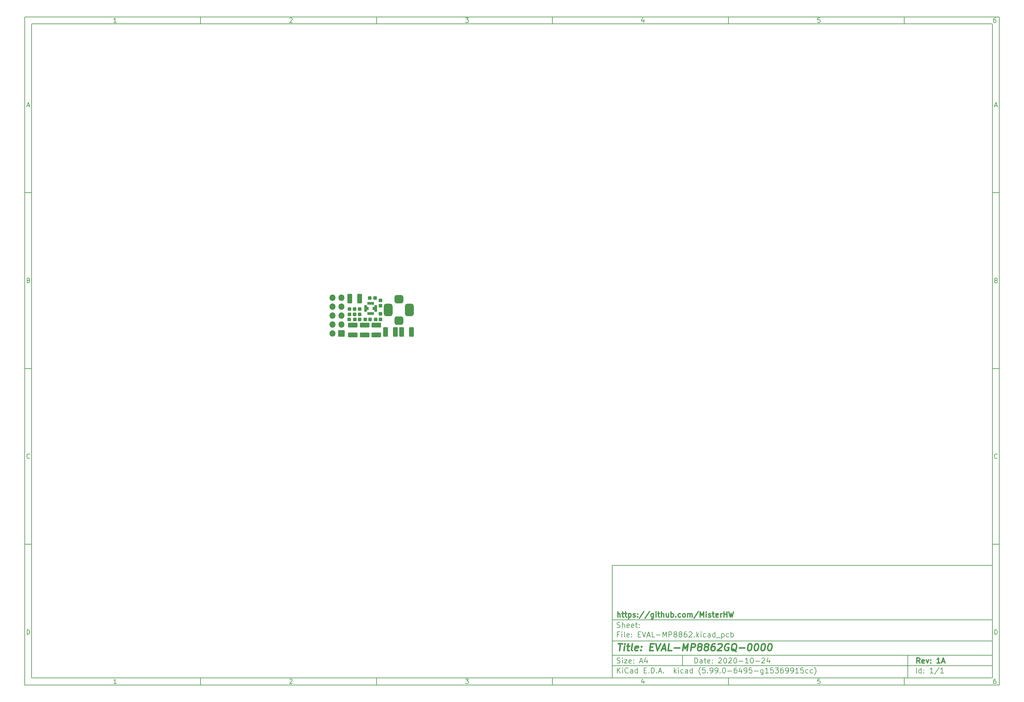
<source format=gbr>
G04 #@! TF.GenerationSoftware,KiCad,Pcbnew,(5.99.0-6495-g15369915cc)*
G04 #@! TF.CreationDate,2020-10-24T18:43:56+02:00*
G04 #@! TF.ProjectId,EVAL-MP8862,4556414c-2d4d-4503-9838-36322e6b6963,1A*
G04 #@! TF.SameCoordinates,Original*
G04 #@! TF.FileFunction,Soldermask,Top*
G04 #@! TF.FilePolarity,Negative*
%FSLAX46Y46*%
G04 Gerber Fmt 4.6, Leading zero omitted, Abs format (unit mm)*
G04 Created by KiCad (PCBNEW (5.99.0-6495-g15369915cc)) date 2020-10-24 18:43:56*
%MOMM*%
%LPD*%
G01*
G04 APERTURE LIST*
G04 Aperture macros list*
%AMRoundRect*
0 Rectangle with rounded corners*
0 $1 Rounding radius*
0 $2 $3 $4 $5 $6 $7 $8 $9 X,Y pos of 4 corners*
0 Add a 4 corners polygon primitive as box body*
4,1,4,$2,$3,$4,$5,$6,$7,$8,$9,$2,$3,0*
0 Add four circle primitives for the rounded corners*
1,1,$1+$1,$2,$3,0*
1,1,$1+$1,$4,$5,0*
1,1,$1+$1,$6,$7,0*
1,1,$1+$1,$8,$9,0*
0 Add four rect primitives between the rounded corners*
20,1,$1+$1,$2,$3,$4,$5,0*
20,1,$1+$1,$4,$5,$6,$7,0*
20,1,$1+$1,$6,$7,$8,$9,0*
20,1,$1+$1,$8,$9,$2,$3,0*%
G04 Aperture macros list end*
%ADD10C,0.100000*%
%ADD11C,0.150000*%
%ADD12C,0.300000*%
%ADD13C,0.400000*%
%ADD14RoundRect,0.244250X-0.281750X0.244250X-0.281750X-0.244250X0.281750X-0.244250X0.281750X0.244250X0*%
%ADD15RoundRect,0.270400X-1.105600X0.405600X-1.105600X-0.405600X1.105600X-0.405600X1.105600X0.405600X0*%
%ADD16RoundRect,0.244250X0.244250X0.281750X-0.244250X0.281750X-0.244250X-0.281750X0.244250X-0.281750X0*%
%ADD17RoundRect,0.270400X1.105600X-0.405600X1.105600X0.405600X-1.105600X0.405600X-1.105600X-0.405600X0*%
%ADD18RoundRect,0.270400X0.405600X1.105600X-0.405600X1.105600X-0.405600X-1.105600X0.405600X-1.105600X0*%
%ADD19RoundRect,0.270400X-0.405600X-1.105600X0.405600X-1.105600X0.405600X1.105600X-0.405600X1.105600X0*%
%ADD20RoundRect,0.244250X0.281750X-0.244250X0.281750X0.244250X-0.281750X0.244250X-0.281750X-0.244250X0*%
%ADD21RoundRect,0.051000X-0.125000X-0.400000X0.125000X-0.400000X0.125000X0.400000X-0.125000X0.400000X0*%
%ADD22RoundRect,0.051000X-0.125000X-0.350000X0.125000X-0.350000X0.125000X0.350000X-0.125000X0.350000X0*%
%ADD23RoundRect,0.051000X-0.350000X0.125000X-0.350000X-0.125000X0.350000X-0.125000X0.350000X0.125000X0*%
%ADD24RoundRect,0.051000X-0.600000X0.125000X-0.600000X-0.125000X0.600000X-0.125000X0.600000X0.125000X0*%
%ADD25RoundRect,0.625500X0.625500X1.125500X-0.625500X1.125500X-0.625500X-1.125500X0.625500X-1.125500X0*%
%ADD26RoundRect,0.596750X0.649250X-0.596750X0.649250X0.596750X-0.649250X0.596750X-0.649250X-0.596750X0*%
%ADD27RoundRect,0.572880X0.673120X-0.620620X0.673120X0.620620X-0.673120X0.620620X-0.673120X-0.620620X0*%
%ADD28RoundRect,0.051000X0.850000X0.850000X-0.850000X0.850000X-0.850000X-0.850000X0.850000X-0.850000X0*%
%ADD29O,1.802000X1.802000*%
G04 APERTURE END LIST*
D10*
D11*
X177002200Y-166007200D02*
X177002200Y-198007200D01*
X285002200Y-198007200D01*
X285002200Y-166007200D01*
X177002200Y-166007200D01*
D10*
D11*
X10000000Y-10000000D02*
X10000000Y-200007200D01*
X287002200Y-200007200D01*
X287002200Y-10000000D01*
X10000000Y-10000000D01*
D10*
D11*
X12000000Y-12000000D02*
X12000000Y-198007200D01*
X285002200Y-198007200D01*
X285002200Y-12000000D01*
X12000000Y-12000000D01*
D10*
D11*
X60000000Y-12000000D02*
X60000000Y-10000000D01*
D10*
D11*
X110000000Y-12000000D02*
X110000000Y-10000000D01*
D10*
D11*
X160000000Y-12000000D02*
X160000000Y-10000000D01*
D10*
D11*
X210000000Y-12000000D02*
X210000000Y-10000000D01*
D10*
D11*
X260000000Y-12000000D02*
X260000000Y-10000000D01*
D10*
D11*
X36065476Y-11588095D02*
X35322619Y-11588095D01*
X35694047Y-11588095D02*
X35694047Y-10288095D01*
X35570238Y-10473809D01*
X35446428Y-10597619D01*
X35322619Y-10659523D01*
D10*
D11*
X85322619Y-10411904D02*
X85384523Y-10350000D01*
X85508333Y-10288095D01*
X85817857Y-10288095D01*
X85941666Y-10350000D01*
X86003571Y-10411904D01*
X86065476Y-10535714D01*
X86065476Y-10659523D01*
X86003571Y-10845238D01*
X85260714Y-11588095D01*
X86065476Y-11588095D01*
D10*
D11*
X135260714Y-10288095D02*
X136065476Y-10288095D01*
X135632142Y-10783333D01*
X135817857Y-10783333D01*
X135941666Y-10845238D01*
X136003571Y-10907142D01*
X136065476Y-11030952D01*
X136065476Y-11340476D01*
X136003571Y-11464285D01*
X135941666Y-11526190D01*
X135817857Y-11588095D01*
X135446428Y-11588095D01*
X135322619Y-11526190D01*
X135260714Y-11464285D01*
D10*
D11*
X185941666Y-10721428D02*
X185941666Y-11588095D01*
X185632142Y-10226190D02*
X185322619Y-11154761D01*
X186127380Y-11154761D01*
D10*
D11*
X236003571Y-10288095D02*
X235384523Y-10288095D01*
X235322619Y-10907142D01*
X235384523Y-10845238D01*
X235508333Y-10783333D01*
X235817857Y-10783333D01*
X235941666Y-10845238D01*
X236003571Y-10907142D01*
X236065476Y-11030952D01*
X236065476Y-11340476D01*
X236003571Y-11464285D01*
X235941666Y-11526190D01*
X235817857Y-11588095D01*
X235508333Y-11588095D01*
X235384523Y-11526190D01*
X235322619Y-11464285D01*
D10*
D11*
X285941666Y-10288095D02*
X285694047Y-10288095D01*
X285570238Y-10350000D01*
X285508333Y-10411904D01*
X285384523Y-10597619D01*
X285322619Y-10845238D01*
X285322619Y-11340476D01*
X285384523Y-11464285D01*
X285446428Y-11526190D01*
X285570238Y-11588095D01*
X285817857Y-11588095D01*
X285941666Y-11526190D01*
X286003571Y-11464285D01*
X286065476Y-11340476D01*
X286065476Y-11030952D01*
X286003571Y-10907142D01*
X285941666Y-10845238D01*
X285817857Y-10783333D01*
X285570238Y-10783333D01*
X285446428Y-10845238D01*
X285384523Y-10907142D01*
X285322619Y-11030952D01*
D10*
D11*
X60000000Y-198007200D02*
X60000000Y-200007200D01*
D10*
D11*
X110000000Y-198007200D02*
X110000000Y-200007200D01*
D10*
D11*
X160000000Y-198007200D02*
X160000000Y-200007200D01*
D10*
D11*
X210000000Y-198007200D02*
X210000000Y-200007200D01*
D10*
D11*
X260000000Y-198007200D02*
X260000000Y-200007200D01*
D10*
D11*
X36065476Y-199595295D02*
X35322619Y-199595295D01*
X35694047Y-199595295D02*
X35694047Y-198295295D01*
X35570238Y-198481009D01*
X35446428Y-198604819D01*
X35322619Y-198666723D01*
D10*
D11*
X85322619Y-198419104D02*
X85384523Y-198357200D01*
X85508333Y-198295295D01*
X85817857Y-198295295D01*
X85941666Y-198357200D01*
X86003571Y-198419104D01*
X86065476Y-198542914D01*
X86065476Y-198666723D01*
X86003571Y-198852438D01*
X85260714Y-199595295D01*
X86065476Y-199595295D01*
D10*
D11*
X135260714Y-198295295D02*
X136065476Y-198295295D01*
X135632142Y-198790533D01*
X135817857Y-198790533D01*
X135941666Y-198852438D01*
X136003571Y-198914342D01*
X136065476Y-199038152D01*
X136065476Y-199347676D01*
X136003571Y-199471485D01*
X135941666Y-199533390D01*
X135817857Y-199595295D01*
X135446428Y-199595295D01*
X135322619Y-199533390D01*
X135260714Y-199471485D01*
D10*
D11*
X185941666Y-198728628D02*
X185941666Y-199595295D01*
X185632142Y-198233390D02*
X185322619Y-199161961D01*
X186127380Y-199161961D01*
D10*
D11*
X236003571Y-198295295D02*
X235384523Y-198295295D01*
X235322619Y-198914342D01*
X235384523Y-198852438D01*
X235508333Y-198790533D01*
X235817857Y-198790533D01*
X235941666Y-198852438D01*
X236003571Y-198914342D01*
X236065476Y-199038152D01*
X236065476Y-199347676D01*
X236003571Y-199471485D01*
X235941666Y-199533390D01*
X235817857Y-199595295D01*
X235508333Y-199595295D01*
X235384523Y-199533390D01*
X235322619Y-199471485D01*
D10*
D11*
X285941666Y-198295295D02*
X285694047Y-198295295D01*
X285570238Y-198357200D01*
X285508333Y-198419104D01*
X285384523Y-198604819D01*
X285322619Y-198852438D01*
X285322619Y-199347676D01*
X285384523Y-199471485D01*
X285446428Y-199533390D01*
X285570238Y-199595295D01*
X285817857Y-199595295D01*
X285941666Y-199533390D01*
X286003571Y-199471485D01*
X286065476Y-199347676D01*
X286065476Y-199038152D01*
X286003571Y-198914342D01*
X285941666Y-198852438D01*
X285817857Y-198790533D01*
X285570238Y-198790533D01*
X285446428Y-198852438D01*
X285384523Y-198914342D01*
X285322619Y-199038152D01*
D10*
D11*
X10000000Y-60000000D02*
X12000000Y-60000000D01*
D10*
D11*
X10000000Y-110000000D02*
X12000000Y-110000000D01*
D10*
D11*
X10000000Y-160000000D02*
X12000000Y-160000000D01*
D10*
D11*
X10690476Y-35216666D02*
X11309523Y-35216666D01*
X10566666Y-35588095D02*
X11000000Y-34288095D01*
X11433333Y-35588095D01*
D10*
D11*
X11092857Y-84907142D02*
X11278571Y-84969047D01*
X11340476Y-85030952D01*
X11402380Y-85154761D01*
X11402380Y-85340476D01*
X11340476Y-85464285D01*
X11278571Y-85526190D01*
X11154761Y-85588095D01*
X10659523Y-85588095D01*
X10659523Y-84288095D01*
X11092857Y-84288095D01*
X11216666Y-84350000D01*
X11278571Y-84411904D01*
X11340476Y-84535714D01*
X11340476Y-84659523D01*
X11278571Y-84783333D01*
X11216666Y-84845238D01*
X11092857Y-84907142D01*
X10659523Y-84907142D01*
D10*
D11*
X11402380Y-135464285D02*
X11340476Y-135526190D01*
X11154761Y-135588095D01*
X11030952Y-135588095D01*
X10845238Y-135526190D01*
X10721428Y-135402380D01*
X10659523Y-135278571D01*
X10597619Y-135030952D01*
X10597619Y-134845238D01*
X10659523Y-134597619D01*
X10721428Y-134473809D01*
X10845238Y-134350000D01*
X11030952Y-134288095D01*
X11154761Y-134288095D01*
X11340476Y-134350000D01*
X11402380Y-134411904D01*
D10*
D11*
X10659523Y-185588095D02*
X10659523Y-184288095D01*
X10969047Y-184288095D01*
X11154761Y-184350000D01*
X11278571Y-184473809D01*
X11340476Y-184597619D01*
X11402380Y-184845238D01*
X11402380Y-185030952D01*
X11340476Y-185278571D01*
X11278571Y-185402380D01*
X11154761Y-185526190D01*
X10969047Y-185588095D01*
X10659523Y-185588095D01*
D10*
D11*
X287002200Y-60000000D02*
X285002200Y-60000000D01*
D10*
D11*
X287002200Y-110000000D02*
X285002200Y-110000000D01*
D10*
D11*
X287002200Y-160000000D02*
X285002200Y-160000000D01*
D10*
D11*
X285692676Y-35216666D02*
X286311723Y-35216666D01*
X285568866Y-35588095D02*
X286002200Y-34288095D01*
X286435533Y-35588095D01*
D10*
D11*
X286095057Y-84907142D02*
X286280771Y-84969047D01*
X286342676Y-85030952D01*
X286404580Y-85154761D01*
X286404580Y-85340476D01*
X286342676Y-85464285D01*
X286280771Y-85526190D01*
X286156961Y-85588095D01*
X285661723Y-85588095D01*
X285661723Y-84288095D01*
X286095057Y-84288095D01*
X286218866Y-84350000D01*
X286280771Y-84411904D01*
X286342676Y-84535714D01*
X286342676Y-84659523D01*
X286280771Y-84783333D01*
X286218866Y-84845238D01*
X286095057Y-84907142D01*
X285661723Y-84907142D01*
D10*
D11*
X286404580Y-135464285D02*
X286342676Y-135526190D01*
X286156961Y-135588095D01*
X286033152Y-135588095D01*
X285847438Y-135526190D01*
X285723628Y-135402380D01*
X285661723Y-135278571D01*
X285599819Y-135030952D01*
X285599819Y-134845238D01*
X285661723Y-134597619D01*
X285723628Y-134473809D01*
X285847438Y-134350000D01*
X286033152Y-134288095D01*
X286156961Y-134288095D01*
X286342676Y-134350000D01*
X286404580Y-134411904D01*
D10*
D11*
X285661723Y-185588095D02*
X285661723Y-184288095D01*
X285971247Y-184288095D01*
X286156961Y-184350000D01*
X286280771Y-184473809D01*
X286342676Y-184597619D01*
X286404580Y-184845238D01*
X286404580Y-185030952D01*
X286342676Y-185278571D01*
X286280771Y-185402380D01*
X286156961Y-185526190D01*
X285971247Y-185588095D01*
X285661723Y-185588095D01*
D10*
D11*
X200434342Y-193785771D02*
X200434342Y-192285771D01*
X200791485Y-192285771D01*
X201005771Y-192357200D01*
X201148628Y-192500057D01*
X201220057Y-192642914D01*
X201291485Y-192928628D01*
X201291485Y-193142914D01*
X201220057Y-193428628D01*
X201148628Y-193571485D01*
X201005771Y-193714342D01*
X200791485Y-193785771D01*
X200434342Y-193785771D01*
X202577200Y-193785771D02*
X202577200Y-193000057D01*
X202505771Y-192857200D01*
X202362914Y-192785771D01*
X202077200Y-192785771D01*
X201934342Y-192857200D01*
X202577200Y-193714342D02*
X202434342Y-193785771D01*
X202077200Y-193785771D01*
X201934342Y-193714342D01*
X201862914Y-193571485D01*
X201862914Y-193428628D01*
X201934342Y-193285771D01*
X202077200Y-193214342D01*
X202434342Y-193214342D01*
X202577200Y-193142914D01*
X203077200Y-192785771D02*
X203648628Y-192785771D01*
X203291485Y-192285771D02*
X203291485Y-193571485D01*
X203362914Y-193714342D01*
X203505771Y-193785771D01*
X203648628Y-193785771D01*
X204720057Y-193714342D02*
X204577200Y-193785771D01*
X204291485Y-193785771D01*
X204148628Y-193714342D01*
X204077200Y-193571485D01*
X204077200Y-193000057D01*
X204148628Y-192857200D01*
X204291485Y-192785771D01*
X204577200Y-192785771D01*
X204720057Y-192857200D01*
X204791485Y-193000057D01*
X204791485Y-193142914D01*
X204077200Y-193285771D01*
X205434342Y-193642914D02*
X205505771Y-193714342D01*
X205434342Y-193785771D01*
X205362914Y-193714342D01*
X205434342Y-193642914D01*
X205434342Y-193785771D01*
X205434342Y-192857200D02*
X205505771Y-192928628D01*
X205434342Y-193000057D01*
X205362914Y-192928628D01*
X205434342Y-192857200D01*
X205434342Y-193000057D01*
X207220057Y-192428628D02*
X207291485Y-192357200D01*
X207434342Y-192285771D01*
X207791485Y-192285771D01*
X207934342Y-192357200D01*
X208005771Y-192428628D01*
X208077200Y-192571485D01*
X208077200Y-192714342D01*
X208005771Y-192928628D01*
X207148628Y-193785771D01*
X208077200Y-193785771D01*
X209005771Y-192285771D02*
X209148628Y-192285771D01*
X209291485Y-192357200D01*
X209362914Y-192428628D01*
X209434342Y-192571485D01*
X209505771Y-192857200D01*
X209505771Y-193214342D01*
X209434342Y-193500057D01*
X209362914Y-193642914D01*
X209291485Y-193714342D01*
X209148628Y-193785771D01*
X209005771Y-193785771D01*
X208862914Y-193714342D01*
X208791485Y-193642914D01*
X208720057Y-193500057D01*
X208648628Y-193214342D01*
X208648628Y-192857200D01*
X208720057Y-192571485D01*
X208791485Y-192428628D01*
X208862914Y-192357200D01*
X209005771Y-192285771D01*
X210077200Y-192428628D02*
X210148628Y-192357200D01*
X210291485Y-192285771D01*
X210648628Y-192285771D01*
X210791485Y-192357200D01*
X210862914Y-192428628D01*
X210934342Y-192571485D01*
X210934342Y-192714342D01*
X210862914Y-192928628D01*
X210005771Y-193785771D01*
X210934342Y-193785771D01*
X211862914Y-192285771D02*
X212005771Y-192285771D01*
X212148628Y-192357200D01*
X212220057Y-192428628D01*
X212291485Y-192571485D01*
X212362914Y-192857200D01*
X212362914Y-193214342D01*
X212291485Y-193500057D01*
X212220057Y-193642914D01*
X212148628Y-193714342D01*
X212005771Y-193785771D01*
X211862914Y-193785771D01*
X211720057Y-193714342D01*
X211648628Y-193642914D01*
X211577200Y-193500057D01*
X211505771Y-193214342D01*
X211505771Y-192857200D01*
X211577200Y-192571485D01*
X211648628Y-192428628D01*
X211720057Y-192357200D01*
X211862914Y-192285771D01*
X213005771Y-193214342D02*
X214148628Y-193214342D01*
X215648628Y-193785771D02*
X214791485Y-193785771D01*
X215220057Y-193785771D02*
X215220057Y-192285771D01*
X215077200Y-192500057D01*
X214934342Y-192642914D01*
X214791485Y-192714342D01*
X216577200Y-192285771D02*
X216720057Y-192285771D01*
X216862914Y-192357200D01*
X216934342Y-192428628D01*
X217005771Y-192571485D01*
X217077200Y-192857200D01*
X217077200Y-193214342D01*
X217005771Y-193500057D01*
X216934342Y-193642914D01*
X216862914Y-193714342D01*
X216720057Y-193785771D01*
X216577200Y-193785771D01*
X216434342Y-193714342D01*
X216362914Y-193642914D01*
X216291485Y-193500057D01*
X216220057Y-193214342D01*
X216220057Y-192857200D01*
X216291485Y-192571485D01*
X216362914Y-192428628D01*
X216434342Y-192357200D01*
X216577200Y-192285771D01*
X217720057Y-193214342D02*
X218862914Y-193214342D01*
X219505771Y-192428628D02*
X219577200Y-192357200D01*
X219720057Y-192285771D01*
X220077200Y-192285771D01*
X220220057Y-192357200D01*
X220291485Y-192428628D01*
X220362914Y-192571485D01*
X220362914Y-192714342D01*
X220291485Y-192928628D01*
X219434342Y-193785771D01*
X220362914Y-193785771D01*
X221648628Y-192785771D02*
X221648628Y-193785771D01*
X221291485Y-192214342D02*
X220934342Y-193285771D01*
X221862914Y-193285771D01*
D10*
D11*
X177002200Y-194507200D02*
X285002200Y-194507200D01*
D10*
D11*
X178434342Y-196585771D02*
X178434342Y-195085771D01*
X179291485Y-196585771D02*
X178648628Y-195728628D01*
X179291485Y-195085771D02*
X178434342Y-195942914D01*
X179934342Y-196585771D02*
X179934342Y-195585771D01*
X179934342Y-195085771D02*
X179862914Y-195157200D01*
X179934342Y-195228628D01*
X180005771Y-195157200D01*
X179934342Y-195085771D01*
X179934342Y-195228628D01*
X181505771Y-196442914D02*
X181434342Y-196514342D01*
X181220057Y-196585771D01*
X181077200Y-196585771D01*
X180862914Y-196514342D01*
X180720057Y-196371485D01*
X180648628Y-196228628D01*
X180577200Y-195942914D01*
X180577200Y-195728628D01*
X180648628Y-195442914D01*
X180720057Y-195300057D01*
X180862914Y-195157200D01*
X181077200Y-195085771D01*
X181220057Y-195085771D01*
X181434342Y-195157200D01*
X181505771Y-195228628D01*
X182791485Y-196585771D02*
X182791485Y-195800057D01*
X182720057Y-195657200D01*
X182577200Y-195585771D01*
X182291485Y-195585771D01*
X182148628Y-195657200D01*
X182791485Y-196514342D02*
X182648628Y-196585771D01*
X182291485Y-196585771D01*
X182148628Y-196514342D01*
X182077200Y-196371485D01*
X182077200Y-196228628D01*
X182148628Y-196085771D01*
X182291485Y-196014342D01*
X182648628Y-196014342D01*
X182791485Y-195942914D01*
X184148628Y-196585771D02*
X184148628Y-195085771D01*
X184148628Y-196514342D02*
X184005771Y-196585771D01*
X183720057Y-196585771D01*
X183577200Y-196514342D01*
X183505771Y-196442914D01*
X183434342Y-196300057D01*
X183434342Y-195871485D01*
X183505771Y-195728628D01*
X183577200Y-195657200D01*
X183720057Y-195585771D01*
X184005771Y-195585771D01*
X184148628Y-195657200D01*
X186005771Y-195800057D02*
X186505771Y-195800057D01*
X186720057Y-196585771D02*
X186005771Y-196585771D01*
X186005771Y-195085771D01*
X186720057Y-195085771D01*
X187362914Y-196442914D02*
X187434342Y-196514342D01*
X187362914Y-196585771D01*
X187291485Y-196514342D01*
X187362914Y-196442914D01*
X187362914Y-196585771D01*
X188077200Y-196585771D02*
X188077200Y-195085771D01*
X188434342Y-195085771D01*
X188648628Y-195157200D01*
X188791485Y-195300057D01*
X188862914Y-195442914D01*
X188934342Y-195728628D01*
X188934342Y-195942914D01*
X188862914Y-196228628D01*
X188791485Y-196371485D01*
X188648628Y-196514342D01*
X188434342Y-196585771D01*
X188077200Y-196585771D01*
X189577200Y-196442914D02*
X189648628Y-196514342D01*
X189577200Y-196585771D01*
X189505771Y-196514342D01*
X189577200Y-196442914D01*
X189577200Y-196585771D01*
X190220057Y-196157200D02*
X190934342Y-196157200D01*
X190077200Y-196585771D02*
X190577200Y-195085771D01*
X191077200Y-196585771D01*
X191577200Y-196442914D02*
X191648628Y-196514342D01*
X191577200Y-196585771D01*
X191505771Y-196514342D01*
X191577200Y-196442914D01*
X191577200Y-196585771D01*
X194577200Y-196585771D02*
X194577200Y-195085771D01*
X194720057Y-196014342D02*
X195148628Y-196585771D01*
X195148628Y-195585771D02*
X194577200Y-196157200D01*
X195791485Y-196585771D02*
X195791485Y-195585771D01*
X195791485Y-195085771D02*
X195720057Y-195157200D01*
X195791485Y-195228628D01*
X195862914Y-195157200D01*
X195791485Y-195085771D01*
X195791485Y-195228628D01*
X197148628Y-196514342D02*
X197005771Y-196585771D01*
X196720057Y-196585771D01*
X196577200Y-196514342D01*
X196505771Y-196442914D01*
X196434342Y-196300057D01*
X196434342Y-195871485D01*
X196505771Y-195728628D01*
X196577200Y-195657200D01*
X196720057Y-195585771D01*
X197005771Y-195585771D01*
X197148628Y-195657200D01*
X198434342Y-196585771D02*
X198434342Y-195800057D01*
X198362914Y-195657200D01*
X198220057Y-195585771D01*
X197934342Y-195585771D01*
X197791485Y-195657200D01*
X198434342Y-196514342D02*
X198291485Y-196585771D01*
X197934342Y-196585771D01*
X197791485Y-196514342D01*
X197720057Y-196371485D01*
X197720057Y-196228628D01*
X197791485Y-196085771D01*
X197934342Y-196014342D01*
X198291485Y-196014342D01*
X198434342Y-195942914D01*
X199791485Y-196585771D02*
X199791485Y-195085771D01*
X199791485Y-196514342D02*
X199648628Y-196585771D01*
X199362914Y-196585771D01*
X199220057Y-196514342D01*
X199148628Y-196442914D01*
X199077200Y-196300057D01*
X199077200Y-195871485D01*
X199148628Y-195728628D01*
X199220057Y-195657200D01*
X199362914Y-195585771D01*
X199648628Y-195585771D01*
X199791485Y-195657200D01*
X202077200Y-197157200D02*
X202005771Y-197085771D01*
X201862914Y-196871485D01*
X201791485Y-196728628D01*
X201720057Y-196514342D01*
X201648628Y-196157200D01*
X201648628Y-195871485D01*
X201720057Y-195514342D01*
X201791485Y-195300057D01*
X201862914Y-195157200D01*
X202005771Y-194942914D01*
X202077200Y-194871485D01*
X203362914Y-195085771D02*
X202648628Y-195085771D01*
X202577200Y-195800057D01*
X202648628Y-195728628D01*
X202791485Y-195657200D01*
X203148628Y-195657200D01*
X203291485Y-195728628D01*
X203362914Y-195800057D01*
X203434342Y-195942914D01*
X203434342Y-196300057D01*
X203362914Y-196442914D01*
X203291485Y-196514342D01*
X203148628Y-196585771D01*
X202791485Y-196585771D01*
X202648628Y-196514342D01*
X202577200Y-196442914D01*
X204077200Y-196442914D02*
X204148628Y-196514342D01*
X204077200Y-196585771D01*
X204005771Y-196514342D01*
X204077200Y-196442914D01*
X204077200Y-196585771D01*
X204862914Y-196585771D02*
X205148628Y-196585771D01*
X205291485Y-196514342D01*
X205362914Y-196442914D01*
X205505771Y-196228628D01*
X205577200Y-195942914D01*
X205577200Y-195371485D01*
X205505771Y-195228628D01*
X205434342Y-195157200D01*
X205291485Y-195085771D01*
X205005771Y-195085771D01*
X204862914Y-195157200D01*
X204791485Y-195228628D01*
X204720057Y-195371485D01*
X204720057Y-195728628D01*
X204791485Y-195871485D01*
X204862914Y-195942914D01*
X205005771Y-196014342D01*
X205291485Y-196014342D01*
X205434342Y-195942914D01*
X205505771Y-195871485D01*
X205577200Y-195728628D01*
X206291485Y-196585771D02*
X206577200Y-196585771D01*
X206720057Y-196514342D01*
X206791485Y-196442914D01*
X206934342Y-196228628D01*
X207005771Y-195942914D01*
X207005771Y-195371485D01*
X206934342Y-195228628D01*
X206862914Y-195157200D01*
X206720057Y-195085771D01*
X206434342Y-195085771D01*
X206291485Y-195157200D01*
X206220057Y-195228628D01*
X206148628Y-195371485D01*
X206148628Y-195728628D01*
X206220057Y-195871485D01*
X206291485Y-195942914D01*
X206434342Y-196014342D01*
X206720057Y-196014342D01*
X206862914Y-195942914D01*
X206934342Y-195871485D01*
X207005771Y-195728628D01*
X207648628Y-196442914D02*
X207720057Y-196514342D01*
X207648628Y-196585771D01*
X207577200Y-196514342D01*
X207648628Y-196442914D01*
X207648628Y-196585771D01*
X208648628Y-195085771D02*
X208791485Y-195085771D01*
X208934342Y-195157200D01*
X209005771Y-195228628D01*
X209077200Y-195371485D01*
X209148628Y-195657200D01*
X209148628Y-196014342D01*
X209077200Y-196300057D01*
X209005771Y-196442914D01*
X208934342Y-196514342D01*
X208791485Y-196585771D01*
X208648628Y-196585771D01*
X208505771Y-196514342D01*
X208434342Y-196442914D01*
X208362914Y-196300057D01*
X208291485Y-196014342D01*
X208291485Y-195657200D01*
X208362914Y-195371485D01*
X208434342Y-195228628D01*
X208505771Y-195157200D01*
X208648628Y-195085771D01*
X209791485Y-196014342D02*
X210934342Y-196014342D01*
X212291485Y-195085771D02*
X212005771Y-195085771D01*
X211862914Y-195157200D01*
X211791485Y-195228628D01*
X211648628Y-195442914D01*
X211577200Y-195728628D01*
X211577200Y-196300057D01*
X211648628Y-196442914D01*
X211720057Y-196514342D01*
X211862914Y-196585771D01*
X212148628Y-196585771D01*
X212291485Y-196514342D01*
X212362914Y-196442914D01*
X212434342Y-196300057D01*
X212434342Y-195942914D01*
X212362914Y-195800057D01*
X212291485Y-195728628D01*
X212148628Y-195657200D01*
X211862914Y-195657200D01*
X211720057Y-195728628D01*
X211648628Y-195800057D01*
X211577200Y-195942914D01*
X213720057Y-195585771D02*
X213720057Y-196585771D01*
X213362914Y-195014342D02*
X213005771Y-196085771D01*
X213934342Y-196085771D01*
X214577200Y-196585771D02*
X214862914Y-196585771D01*
X215005771Y-196514342D01*
X215077200Y-196442914D01*
X215220057Y-196228628D01*
X215291485Y-195942914D01*
X215291485Y-195371485D01*
X215220057Y-195228628D01*
X215148628Y-195157200D01*
X215005771Y-195085771D01*
X214720057Y-195085771D01*
X214577200Y-195157200D01*
X214505771Y-195228628D01*
X214434342Y-195371485D01*
X214434342Y-195728628D01*
X214505771Y-195871485D01*
X214577200Y-195942914D01*
X214720057Y-196014342D01*
X215005771Y-196014342D01*
X215148628Y-195942914D01*
X215220057Y-195871485D01*
X215291485Y-195728628D01*
X216648628Y-195085771D02*
X215934342Y-195085771D01*
X215862914Y-195800057D01*
X215934342Y-195728628D01*
X216077200Y-195657200D01*
X216434342Y-195657200D01*
X216577200Y-195728628D01*
X216648628Y-195800057D01*
X216720057Y-195942914D01*
X216720057Y-196300057D01*
X216648628Y-196442914D01*
X216577200Y-196514342D01*
X216434342Y-196585771D01*
X216077200Y-196585771D01*
X215934342Y-196514342D01*
X215862914Y-196442914D01*
X217362914Y-196014342D02*
X218505771Y-196014342D01*
X219862914Y-195585771D02*
X219862914Y-196800057D01*
X219791485Y-196942914D01*
X219720057Y-197014342D01*
X219577200Y-197085771D01*
X219362914Y-197085771D01*
X219220057Y-197014342D01*
X219862914Y-196514342D02*
X219720057Y-196585771D01*
X219434342Y-196585771D01*
X219291485Y-196514342D01*
X219220057Y-196442914D01*
X219148628Y-196300057D01*
X219148628Y-195871485D01*
X219220057Y-195728628D01*
X219291485Y-195657200D01*
X219434342Y-195585771D01*
X219720057Y-195585771D01*
X219862914Y-195657200D01*
X221362914Y-196585771D02*
X220505771Y-196585771D01*
X220934342Y-196585771D02*
X220934342Y-195085771D01*
X220791485Y-195300057D01*
X220648628Y-195442914D01*
X220505771Y-195514342D01*
X222720057Y-195085771D02*
X222005771Y-195085771D01*
X221934342Y-195800057D01*
X222005771Y-195728628D01*
X222148628Y-195657200D01*
X222505771Y-195657200D01*
X222648628Y-195728628D01*
X222720057Y-195800057D01*
X222791485Y-195942914D01*
X222791485Y-196300057D01*
X222720057Y-196442914D01*
X222648628Y-196514342D01*
X222505771Y-196585771D01*
X222148628Y-196585771D01*
X222005771Y-196514342D01*
X221934342Y-196442914D01*
X223291485Y-195085771D02*
X224220057Y-195085771D01*
X223720057Y-195657200D01*
X223934342Y-195657200D01*
X224077200Y-195728628D01*
X224148628Y-195800057D01*
X224220057Y-195942914D01*
X224220057Y-196300057D01*
X224148628Y-196442914D01*
X224077200Y-196514342D01*
X223934342Y-196585771D01*
X223505771Y-196585771D01*
X223362914Y-196514342D01*
X223291485Y-196442914D01*
X225505771Y-195085771D02*
X225220057Y-195085771D01*
X225077200Y-195157200D01*
X225005771Y-195228628D01*
X224862914Y-195442914D01*
X224791485Y-195728628D01*
X224791485Y-196300057D01*
X224862914Y-196442914D01*
X224934342Y-196514342D01*
X225077200Y-196585771D01*
X225362914Y-196585771D01*
X225505771Y-196514342D01*
X225577200Y-196442914D01*
X225648628Y-196300057D01*
X225648628Y-195942914D01*
X225577200Y-195800057D01*
X225505771Y-195728628D01*
X225362914Y-195657200D01*
X225077200Y-195657200D01*
X224934342Y-195728628D01*
X224862914Y-195800057D01*
X224791485Y-195942914D01*
X226362914Y-196585771D02*
X226648628Y-196585771D01*
X226791485Y-196514342D01*
X226862914Y-196442914D01*
X227005771Y-196228628D01*
X227077199Y-195942914D01*
X227077199Y-195371485D01*
X227005771Y-195228628D01*
X226934342Y-195157200D01*
X226791485Y-195085771D01*
X226505771Y-195085771D01*
X226362914Y-195157200D01*
X226291485Y-195228628D01*
X226220057Y-195371485D01*
X226220057Y-195728628D01*
X226291485Y-195871485D01*
X226362914Y-195942914D01*
X226505771Y-196014342D01*
X226791485Y-196014342D01*
X226934342Y-195942914D01*
X227005771Y-195871485D01*
X227077199Y-195728628D01*
X227791485Y-196585771D02*
X228077199Y-196585771D01*
X228220057Y-196514342D01*
X228291485Y-196442914D01*
X228434342Y-196228628D01*
X228505771Y-195942914D01*
X228505771Y-195371485D01*
X228434342Y-195228628D01*
X228362914Y-195157200D01*
X228220057Y-195085771D01*
X227934342Y-195085771D01*
X227791485Y-195157200D01*
X227720057Y-195228628D01*
X227648628Y-195371485D01*
X227648628Y-195728628D01*
X227720057Y-195871485D01*
X227791485Y-195942914D01*
X227934342Y-196014342D01*
X228220057Y-196014342D01*
X228362914Y-195942914D01*
X228434342Y-195871485D01*
X228505771Y-195728628D01*
X229934342Y-196585771D02*
X229077199Y-196585771D01*
X229505771Y-196585771D02*
X229505771Y-195085771D01*
X229362914Y-195300057D01*
X229220057Y-195442914D01*
X229077199Y-195514342D01*
X231291485Y-195085771D02*
X230577199Y-195085771D01*
X230505771Y-195800057D01*
X230577199Y-195728628D01*
X230720057Y-195657200D01*
X231077199Y-195657200D01*
X231220057Y-195728628D01*
X231291485Y-195800057D01*
X231362914Y-195942914D01*
X231362914Y-196300057D01*
X231291485Y-196442914D01*
X231220057Y-196514342D01*
X231077199Y-196585771D01*
X230720057Y-196585771D01*
X230577199Y-196514342D01*
X230505771Y-196442914D01*
X232648628Y-196514342D02*
X232505771Y-196585771D01*
X232220057Y-196585771D01*
X232077199Y-196514342D01*
X232005771Y-196442914D01*
X231934342Y-196300057D01*
X231934342Y-195871485D01*
X232005771Y-195728628D01*
X232077199Y-195657200D01*
X232220057Y-195585771D01*
X232505771Y-195585771D01*
X232648628Y-195657200D01*
X233934342Y-196514342D02*
X233791485Y-196585771D01*
X233505771Y-196585771D01*
X233362914Y-196514342D01*
X233291485Y-196442914D01*
X233220057Y-196300057D01*
X233220057Y-195871485D01*
X233291485Y-195728628D01*
X233362914Y-195657200D01*
X233505771Y-195585771D01*
X233791485Y-195585771D01*
X233934342Y-195657200D01*
X234434342Y-197157200D02*
X234505771Y-197085771D01*
X234648628Y-196871485D01*
X234720057Y-196728628D01*
X234791485Y-196514342D01*
X234862914Y-196157200D01*
X234862914Y-195871485D01*
X234791485Y-195514342D01*
X234720057Y-195300057D01*
X234648628Y-195157200D01*
X234505771Y-194942914D01*
X234434342Y-194871485D01*
D10*
D11*
X177002200Y-191507200D02*
X285002200Y-191507200D01*
D10*
D12*
X264411485Y-193785771D02*
X263911485Y-193071485D01*
X263554342Y-193785771D02*
X263554342Y-192285771D01*
X264125771Y-192285771D01*
X264268628Y-192357200D01*
X264340057Y-192428628D01*
X264411485Y-192571485D01*
X264411485Y-192785771D01*
X264340057Y-192928628D01*
X264268628Y-193000057D01*
X264125771Y-193071485D01*
X263554342Y-193071485D01*
X265625771Y-193714342D02*
X265482914Y-193785771D01*
X265197200Y-193785771D01*
X265054342Y-193714342D01*
X264982914Y-193571485D01*
X264982914Y-193000057D01*
X265054342Y-192857200D01*
X265197200Y-192785771D01*
X265482914Y-192785771D01*
X265625771Y-192857200D01*
X265697200Y-193000057D01*
X265697200Y-193142914D01*
X264982914Y-193285771D01*
X266197200Y-192785771D02*
X266554342Y-193785771D01*
X266911485Y-192785771D01*
X267482914Y-193642914D02*
X267554342Y-193714342D01*
X267482914Y-193785771D01*
X267411485Y-193714342D01*
X267482914Y-193642914D01*
X267482914Y-193785771D01*
X267482914Y-192857200D02*
X267554342Y-192928628D01*
X267482914Y-193000057D01*
X267411485Y-192928628D01*
X267482914Y-192857200D01*
X267482914Y-193000057D01*
X270125771Y-193785771D02*
X269268628Y-193785771D01*
X269697200Y-193785771D02*
X269697200Y-192285771D01*
X269554342Y-192500057D01*
X269411485Y-192642914D01*
X269268628Y-192714342D01*
X270697200Y-193357200D02*
X271411485Y-193357200D01*
X270554342Y-193785771D02*
X271054342Y-192285771D01*
X271554342Y-193785771D01*
D10*
D11*
X178362914Y-193714342D02*
X178577200Y-193785771D01*
X178934342Y-193785771D01*
X179077200Y-193714342D01*
X179148628Y-193642914D01*
X179220057Y-193500057D01*
X179220057Y-193357200D01*
X179148628Y-193214342D01*
X179077200Y-193142914D01*
X178934342Y-193071485D01*
X178648628Y-193000057D01*
X178505771Y-192928628D01*
X178434342Y-192857200D01*
X178362914Y-192714342D01*
X178362914Y-192571485D01*
X178434342Y-192428628D01*
X178505771Y-192357200D01*
X178648628Y-192285771D01*
X179005771Y-192285771D01*
X179220057Y-192357200D01*
X179862914Y-193785771D02*
X179862914Y-192785771D01*
X179862914Y-192285771D02*
X179791485Y-192357200D01*
X179862914Y-192428628D01*
X179934342Y-192357200D01*
X179862914Y-192285771D01*
X179862914Y-192428628D01*
X180434342Y-192785771D02*
X181220057Y-192785771D01*
X180434342Y-193785771D01*
X181220057Y-193785771D01*
X182362914Y-193714342D02*
X182220057Y-193785771D01*
X181934342Y-193785771D01*
X181791485Y-193714342D01*
X181720057Y-193571485D01*
X181720057Y-193000057D01*
X181791485Y-192857200D01*
X181934342Y-192785771D01*
X182220057Y-192785771D01*
X182362914Y-192857200D01*
X182434342Y-193000057D01*
X182434342Y-193142914D01*
X181720057Y-193285771D01*
X183077200Y-193642914D02*
X183148628Y-193714342D01*
X183077200Y-193785771D01*
X183005771Y-193714342D01*
X183077200Y-193642914D01*
X183077200Y-193785771D01*
X183077200Y-192857200D02*
X183148628Y-192928628D01*
X183077200Y-193000057D01*
X183005771Y-192928628D01*
X183077200Y-192857200D01*
X183077200Y-193000057D01*
X184862914Y-193357200D02*
X185577200Y-193357200D01*
X184720057Y-193785771D02*
X185220057Y-192285771D01*
X185720057Y-193785771D01*
X186862914Y-192785771D02*
X186862914Y-193785771D01*
X186505771Y-192214342D02*
X186148628Y-193285771D01*
X187077200Y-193285771D01*
D10*
D11*
X263434342Y-196585771D02*
X263434342Y-195085771D01*
X264791485Y-196585771D02*
X264791485Y-195085771D01*
X264791485Y-196514342D02*
X264648628Y-196585771D01*
X264362914Y-196585771D01*
X264220057Y-196514342D01*
X264148628Y-196442914D01*
X264077200Y-196300057D01*
X264077200Y-195871485D01*
X264148628Y-195728628D01*
X264220057Y-195657200D01*
X264362914Y-195585771D01*
X264648628Y-195585771D01*
X264791485Y-195657200D01*
X265505771Y-196442914D02*
X265577200Y-196514342D01*
X265505771Y-196585771D01*
X265434342Y-196514342D01*
X265505771Y-196442914D01*
X265505771Y-196585771D01*
X265505771Y-195657200D02*
X265577200Y-195728628D01*
X265505771Y-195800057D01*
X265434342Y-195728628D01*
X265505771Y-195657200D01*
X265505771Y-195800057D01*
X268148628Y-196585771D02*
X267291485Y-196585771D01*
X267720057Y-196585771D02*
X267720057Y-195085771D01*
X267577200Y-195300057D01*
X267434342Y-195442914D01*
X267291485Y-195514342D01*
X269862914Y-195014342D02*
X268577200Y-196942914D01*
X271148628Y-196585771D02*
X270291485Y-196585771D01*
X270720057Y-196585771D02*
X270720057Y-195085771D01*
X270577200Y-195300057D01*
X270434342Y-195442914D01*
X270291485Y-195514342D01*
D10*
D11*
X177002200Y-187507200D02*
X285002200Y-187507200D01*
D10*
D13*
X178714580Y-188211961D02*
X179857438Y-188211961D01*
X179036009Y-190211961D02*
X179286009Y-188211961D01*
X180274104Y-190211961D02*
X180440771Y-188878628D01*
X180524104Y-188211961D02*
X180416961Y-188307200D01*
X180500295Y-188402438D01*
X180607438Y-188307200D01*
X180524104Y-188211961D01*
X180500295Y-188402438D01*
X181107438Y-188878628D02*
X181869342Y-188878628D01*
X181476485Y-188211961D02*
X181262200Y-189926247D01*
X181333628Y-190116723D01*
X181512200Y-190211961D01*
X181702676Y-190211961D01*
X182655057Y-190211961D02*
X182476485Y-190116723D01*
X182405057Y-189926247D01*
X182619342Y-188211961D01*
X184190771Y-190116723D02*
X183988390Y-190211961D01*
X183607438Y-190211961D01*
X183428866Y-190116723D01*
X183357438Y-189926247D01*
X183452676Y-189164342D01*
X183571723Y-188973866D01*
X183774104Y-188878628D01*
X184155057Y-188878628D01*
X184333628Y-188973866D01*
X184405057Y-189164342D01*
X184381247Y-189354819D01*
X183405057Y-189545295D01*
X185155057Y-190021485D02*
X185238390Y-190116723D01*
X185131247Y-190211961D01*
X185047914Y-190116723D01*
X185155057Y-190021485D01*
X185131247Y-190211961D01*
X185286009Y-188973866D02*
X185369342Y-189069104D01*
X185262200Y-189164342D01*
X185178866Y-189069104D01*
X185286009Y-188973866D01*
X185262200Y-189164342D01*
X187738390Y-189164342D02*
X188405057Y-189164342D01*
X188559819Y-190211961D02*
X187607438Y-190211961D01*
X187857438Y-188211961D01*
X188809819Y-188211961D01*
X189381247Y-188211961D02*
X189797914Y-190211961D01*
X190714580Y-188211961D01*
X191107438Y-189640533D02*
X192059819Y-189640533D01*
X190845533Y-190211961D02*
X191762200Y-188211961D01*
X192178866Y-190211961D01*
X193797914Y-190211961D02*
X192845533Y-190211961D01*
X193095533Y-188211961D01*
X194559819Y-189450057D02*
X196083628Y-189450057D01*
X196940771Y-190211961D02*
X197190771Y-188211961D01*
X197678866Y-189640533D01*
X198524104Y-188211961D01*
X198274104Y-190211961D01*
X199226485Y-190211961D02*
X199476485Y-188211961D01*
X200238390Y-188211961D01*
X200416961Y-188307200D01*
X200500295Y-188402438D01*
X200571723Y-188592914D01*
X200536009Y-188878628D01*
X200416961Y-189069104D01*
X200309819Y-189164342D01*
X200107438Y-189259580D01*
X199345533Y-189259580D01*
X201655057Y-189069104D02*
X201476485Y-188973866D01*
X201393152Y-188878628D01*
X201321723Y-188688152D01*
X201333628Y-188592914D01*
X201452676Y-188402438D01*
X201559819Y-188307200D01*
X201762200Y-188211961D01*
X202143152Y-188211961D01*
X202321723Y-188307200D01*
X202405057Y-188402438D01*
X202476485Y-188592914D01*
X202464580Y-188688152D01*
X202345533Y-188878628D01*
X202238390Y-188973866D01*
X202036009Y-189069104D01*
X201655057Y-189069104D01*
X201452676Y-189164342D01*
X201345533Y-189259580D01*
X201226485Y-189450057D01*
X201178866Y-189831009D01*
X201250295Y-190021485D01*
X201333628Y-190116723D01*
X201512200Y-190211961D01*
X201893152Y-190211961D01*
X202095533Y-190116723D01*
X202202676Y-190021485D01*
X202321723Y-189831009D01*
X202369342Y-189450057D01*
X202297914Y-189259580D01*
X202214580Y-189164342D01*
X202036009Y-189069104D01*
X203559819Y-189069104D02*
X203381247Y-188973866D01*
X203297914Y-188878628D01*
X203226485Y-188688152D01*
X203238390Y-188592914D01*
X203357438Y-188402438D01*
X203464580Y-188307200D01*
X203666961Y-188211961D01*
X204047914Y-188211961D01*
X204226485Y-188307200D01*
X204309819Y-188402438D01*
X204381247Y-188592914D01*
X204369342Y-188688152D01*
X204250295Y-188878628D01*
X204143152Y-188973866D01*
X203940771Y-189069104D01*
X203559819Y-189069104D01*
X203357438Y-189164342D01*
X203250295Y-189259580D01*
X203131247Y-189450057D01*
X203083628Y-189831009D01*
X203155057Y-190021485D01*
X203238390Y-190116723D01*
X203416961Y-190211961D01*
X203797914Y-190211961D01*
X204000295Y-190116723D01*
X204107438Y-190021485D01*
X204226485Y-189831009D01*
X204274104Y-189450057D01*
X204202676Y-189259580D01*
X204119342Y-189164342D01*
X203940771Y-189069104D01*
X206143152Y-188211961D02*
X205762200Y-188211961D01*
X205559819Y-188307200D01*
X205452676Y-188402438D01*
X205226485Y-188688152D01*
X205083628Y-189069104D01*
X204988390Y-189831009D01*
X205059819Y-190021485D01*
X205143152Y-190116723D01*
X205321723Y-190211961D01*
X205702676Y-190211961D01*
X205905057Y-190116723D01*
X206012200Y-190021485D01*
X206131247Y-189831009D01*
X206190771Y-189354819D01*
X206119342Y-189164342D01*
X206036009Y-189069104D01*
X205857438Y-188973866D01*
X205476485Y-188973866D01*
X205274104Y-189069104D01*
X205166961Y-189164342D01*
X205047914Y-189354819D01*
X207071723Y-188402438D02*
X207178866Y-188307200D01*
X207381247Y-188211961D01*
X207857438Y-188211961D01*
X208036009Y-188307200D01*
X208119342Y-188402438D01*
X208190771Y-188592914D01*
X208166961Y-188783390D01*
X208036009Y-189069104D01*
X206750295Y-190211961D01*
X207988390Y-190211961D01*
X210131247Y-188307200D02*
X209952676Y-188211961D01*
X209666961Y-188211961D01*
X209369342Y-188307200D01*
X209155057Y-188497676D01*
X209036009Y-188688152D01*
X208893152Y-189069104D01*
X208857438Y-189354819D01*
X208905057Y-189735771D01*
X208976485Y-189926247D01*
X209143152Y-190116723D01*
X209416961Y-190211961D01*
X209607438Y-190211961D01*
X209905057Y-190116723D01*
X210012200Y-190021485D01*
X210095533Y-189354819D01*
X209714580Y-189354819D01*
X212155057Y-190402438D02*
X211976485Y-190307200D01*
X211809819Y-190116723D01*
X211559819Y-189831009D01*
X211381247Y-189735771D01*
X211190771Y-189735771D01*
X211226485Y-190211961D02*
X211047914Y-190116723D01*
X210881247Y-189926247D01*
X210833628Y-189545295D01*
X210916961Y-188878628D01*
X211059819Y-188497676D01*
X211274104Y-188307200D01*
X211476485Y-188211961D01*
X211857438Y-188211961D01*
X212036009Y-188307200D01*
X212202676Y-188497676D01*
X212250295Y-188878628D01*
X212166961Y-189545295D01*
X212024104Y-189926247D01*
X211809819Y-190116723D01*
X211607438Y-190211961D01*
X211226485Y-190211961D01*
X213036009Y-189450057D02*
X214559819Y-189450057D01*
X216047914Y-188211961D02*
X216238390Y-188211961D01*
X216416961Y-188307200D01*
X216500295Y-188402438D01*
X216571723Y-188592914D01*
X216619342Y-188973866D01*
X216559819Y-189450057D01*
X216416961Y-189831009D01*
X216297914Y-190021485D01*
X216190771Y-190116723D01*
X215988390Y-190211961D01*
X215797914Y-190211961D01*
X215619342Y-190116723D01*
X215536009Y-190021485D01*
X215464580Y-189831009D01*
X215416961Y-189450057D01*
X215476485Y-188973866D01*
X215619342Y-188592914D01*
X215738390Y-188402438D01*
X215845533Y-188307200D01*
X216047914Y-188211961D01*
X217952676Y-188211961D02*
X218143152Y-188211961D01*
X218321723Y-188307200D01*
X218405057Y-188402438D01*
X218476485Y-188592914D01*
X218524104Y-188973866D01*
X218464580Y-189450057D01*
X218321723Y-189831009D01*
X218202676Y-190021485D01*
X218095533Y-190116723D01*
X217893152Y-190211961D01*
X217702676Y-190211961D01*
X217524104Y-190116723D01*
X217440771Y-190021485D01*
X217369342Y-189831009D01*
X217321723Y-189450057D01*
X217381247Y-188973866D01*
X217524104Y-188592914D01*
X217643152Y-188402438D01*
X217750295Y-188307200D01*
X217952676Y-188211961D01*
X219857438Y-188211961D02*
X220047914Y-188211961D01*
X220226485Y-188307200D01*
X220309819Y-188402438D01*
X220381247Y-188592914D01*
X220428866Y-188973866D01*
X220369342Y-189450057D01*
X220226485Y-189831009D01*
X220107438Y-190021485D01*
X220000295Y-190116723D01*
X219797914Y-190211961D01*
X219607438Y-190211961D01*
X219428866Y-190116723D01*
X219345533Y-190021485D01*
X219274104Y-189831009D01*
X219226485Y-189450057D01*
X219286009Y-188973866D01*
X219428866Y-188592914D01*
X219547914Y-188402438D01*
X219655057Y-188307200D01*
X219857438Y-188211961D01*
X221762200Y-188211961D02*
X221952676Y-188211961D01*
X222131247Y-188307200D01*
X222214580Y-188402438D01*
X222286009Y-188592914D01*
X222333628Y-188973866D01*
X222274104Y-189450057D01*
X222131247Y-189831009D01*
X222012200Y-190021485D01*
X221905057Y-190116723D01*
X221702676Y-190211961D01*
X221512200Y-190211961D01*
X221333628Y-190116723D01*
X221250295Y-190021485D01*
X221178866Y-189831009D01*
X221131247Y-189450057D01*
X221190771Y-188973866D01*
X221333628Y-188592914D01*
X221452676Y-188402438D01*
X221559819Y-188307200D01*
X221762200Y-188211961D01*
D10*
D11*
X178934342Y-185600057D02*
X178434342Y-185600057D01*
X178434342Y-186385771D02*
X178434342Y-184885771D01*
X179148628Y-184885771D01*
X179720057Y-186385771D02*
X179720057Y-185385771D01*
X179720057Y-184885771D02*
X179648628Y-184957200D01*
X179720057Y-185028628D01*
X179791485Y-184957200D01*
X179720057Y-184885771D01*
X179720057Y-185028628D01*
X180648628Y-186385771D02*
X180505771Y-186314342D01*
X180434342Y-186171485D01*
X180434342Y-184885771D01*
X181791485Y-186314342D02*
X181648628Y-186385771D01*
X181362914Y-186385771D01*
X181220057Y-186314342D01*
X181148628Y-186171485D01*
X181148628Y-185600057D01*
X181220057Y-185457200D01*
X181362914Y-185385771D01*
X181648628Y-185385771D01*
X181791485Y-185457200D01*
X181862914Y-185600057D01*
X181862914Y-185742914D01*
X181148628Y-185885771D01*
X182505771Y-186242914D02*
X182577200Y-186314342D01*
X182505771Y-186385771D01*
X182434342Y-186314342D01*
X182505771Y-186242914D01*
X182505771Y-186385771D01*
X182505771Y-185457200D02*
X182577200Y-185528628D01*
X182505771Y-185600057D01*
X182434342Y-185528628D01*
X182505771Y-185457200D01*
X182505771Y-185600057D01*
X184362914Y-185600057D02*
X184862914Y-185600057D01*
X185077200Y-186385771D02*
X184362914Y-186385771D01*
X184362914Y-184885771D01*
X185077200Y-184885771D01*
X185505771Y-184885771D02*
X186005771Y-186385771D01*
X186505771Y-184885771D01*
X186934342Y-185957200D02*
X187648628Y-185957200D01*
X186791485Y-186385771D02*
X187291485Y-184885771D01*
X187791485Y-186385771D01*
X189005771Y-186385771D02*
X188291485Y-186385771D01*
X188291485Y-184885771D01*
X189505771Y-185814342D02*
X190648628Y-185814342D01*
X191362914Y-186385771D02*
X191362914Y-184885771D01*
X191862914Y-185957200D01*
X192362914Y-184885771D01*
X192362914Y-186385771D01*
X193077200Y-186385771D02*
X193077200Y-184885771D01*
X193648628Y-184885771D01*
X193791485Y-184957200D01*
X193862914Y-185028628D01*
X193934342Y-185171485D01*
X193934342Y-185385771D01*
X193862914Y-185528628D01*
X193791485Y-185600057D01*
X193648628Y-185671485D01*
X193077200Y-185671485D01*
X194791485Y-185528628D02*
X194648628Y-185457200D01*
X194577200Y-185385771D01*
X194505771Y-185242914D01*
X194505771Y-185171485D01*
X194577200Y-185028628D01*
X194648628Y-184957200D01*
X194791485Y-184885771D01*
X195077200Y-184885771D01*
X195220057Y-184957200D01*
X195291485Y-185028628D01*
X195362914Y-185171485D01*
X195362914Y-185242914D01*
X195291485Y-185385771D01*
X195220057Y-185457200D01*
X195077200Y-185528628D01*
X194791485Y-185528628D01*
X194648628Y-185600057D01*
X194577200Y-185671485D01*
X194505771Y-185814342D01*
X194505771Y-186100057D01*
X194577200Y-186242914D01*
X194648628Y-186314342D01*
X194791485Y-186385771D01*
X195077200Y-186385771D01*
X195220057Y-186314342D01*
X195291485Y-186242914D01*
X195362914Y-186100057D01*
X195362914Y-185814342D01*
X195291485Y-185671485D01*
X195220057Y-185600057D01*
X195077200Y-185528628D01*
X196220057Y-185528628D02*
X196077200Y-185457200D01*
X196005771Y-185385771D01*
X195934342Y-185242914D01*
X195934342Y-185171485D01*
X196005771Y-185028628D01*
X196077200Y-184957200D01*
X196220057Y-184885771D01*
X196505771Y-184885771D01*
X196648628Y-184957200D01*
X196720057Y-185028628D01*
X196791485Y-185171485D01*
X196791485Y-185242914D01*
X196720057Y-185385771D01*
X196648628Y-185457200D01*
X196505771Y-185528628D01*
X196220057Y-185528628D01*
X196077200Y-185600057D01*
X196005771Y-185671485D01*
X195934342Y-185814342D01*
X195934342Y-186100057D01*
X196005771Y-186242914D01*
X196077200Y-186314342D01*
X196220057Y-186385771D01*
X196505771Y-186385771D01*
X196648628Y-186314342D01*
X196720057Y-186242914D01*
X196791485Y-186100057D01*
X196791485Y-185814342D01*
X196720057Y-185671485D01*
X196648628Y-185600057D01*
X196505771Y-185528628D01*
X198077200Y-184885771D02*
X197791485Y-184885771D01*
X197648628Y-184957200D01*
X197577200Y-185028628D01*
X197434342Y-185242914D01*
X197362914Y-185528628D01*
X197362914Y-186100057D01*
X197434342Y-186242914D01*
X197505771Y-186314342D01*
X197648628Y-186385771D01*
X197934342Y-186385771D01*
X198077200Y-186314342D01*
X198148628Y-186242914D01*
X198220057Y-186100057D01*
X198220057Y-185742914D01*
X198148628Y-185600057D01*
X198077200Y-185528628D01*
X197934342Y-185457200D01*
X197648628Y-185457200D01*
X197505771Y-185528628D01*
X197434342Y-185600057D01*
X197362914Y-185742914D01*
X198791485Y-185028628D02*
X198862914Y-184957200D01*
X199005771Y-184885771D01*
X199362914Y-184885771D01*
X199505771Y-184957200D01*
X199577200Y-185028628D01*
X199648628Y-185171485D01*
X199648628Y-185314342D01*
X199577200Y-185528628D01*
X198720057Y-186385771D01*
X199648628Y-186385771D01*
X200291485Y-186242914D02*
X200362914Y-186314342D01*
X200291485Y-186385771D01*
X200220057Y-186314342D01*
X200291485Y-186242914D01*
X200291485Y-186385771D01*
X201005771Y-186385771D02*
X201005771Y-184885771D01*
X201148628Y-185814342D02*
X201577200Y-186385771D01*
X201577200Y-185385771D02*
X201005771Y-185957200D01*
X202220057Y-186385771D02*
X202220057Y-185385771D01*
X202220057Y-184885771D02*
X202148628Y-184957200D01*
X202220057Y-185028628D01*
X202291485Y-184957200D01*
X202220057Y-184885771D01*
X202220057Y-185028628D01*
X203577200Y-186314342D02*
X203434342Y-186385771D01*
X203148628Y-186385771D01*
X203005771Y-186314342D01*
X202934342Y-186242914D01*
X202862914Y-186100057D01*
X202862914Y-185671485D01*
X202934342Y-185528628D01*
X203005771Y-185457200D01*
X203148628Y-185385771D01*
X203434342Y-185385771D01*
X203577200Y-185457200D01*
X204862914Y-186385771D02*
X204862914Y-185600057D01*
X204791485Y-185457200D01*
X204648628Y-185385771D01*
X204362914Y-185385771D01*
X204220057Y-185457200D01*
X204862914Y-186314342D02*
X204720057Y-186385771D01*
X204362914Y-186385771D01*
X204220057Y-186314342D01*
X204148628Y-186171485D01*
X204148628Y-186028628D01*
X204220057Y-185885771D01*
X204362914Y-185814342D01*
X204720057Y-185814342D01*
X204862914Y-185742914D01*
X206220057Y-186385771D02*
X206220057Y-184885771D01*
X206220057Y-186314342D02*
X206077200Y-186385771D01*
X205791485Y-186385771D01*
X205648628Y-186314342D01*
X205577200Y-186242914D01*
X205505771Y-186100057D01*
X205505771Y-185671485D01*
X205577200Y-185528628D01*
X205648628Y-185457200D01*
X205791485Y-185385771D01*
X206077200Y-185385771D01*
X206220057Y-185457200D01*
X206577200Y-186528628D02*
X207720057Y-186528628D01*
X208077200Y-185385771D02*
X208077200Y-186885771D01*
X208077200Y-185457200D02*
X208220057Y-185385771D01*
X208505771Y-185385771D01*
X208648628Y-185457200D01*
X208720057Y-185528628D01*
X208791485Y-185671485D01*
X208791485Y-186100057D01*
X208720057Y-186242914D01*
X208648628Y-186314342D01*
X208505771Y-186385771D01*
X208220057Y-186385771D01*
X208077200Y-186314342D01*
X210077200Y-186314342D02*
X209934342Y-186385771D01*
X209648628Y-186385771D01*
X209505771Y-186314342D01*
X209434342Y-186242914D01*
X209362914Y-186100057D01*
X209362914Y-185671485D01*
X209434342Y-185528628D01*
X209505771Y-185457200D01*
X209648628Y-185385771D01*
X209934342Y-185385771D01*
X210077200Y-185457200D01*
X210720057Y-186385771D02*
X210720057Y-184885771D01*
X210720057Y-185457200D02*
X210862914Y-185385771D01*
X211148628Y-185385771D01*
X211291485Y-185457200D01*
X211362914Y-185528628D01*
X211434342Y-185671485D01*
X211434342Y-186100057D01*
X211362914Y-186242914D01*
X211291485Y-186314342D01*
X211148628Y-186385771D01*
X210862914Y-186385771D01*
X210720057Y-186314342D01*
D10*
D11*
X177002200Y-181507200D02*
X285002200Y-181507200D01*
D10*
D11*
X178362914Y-183614342D02*
X178577200Y-183685771D01*
X178934342Y-183685771D01*
X179077200Y-183614342D01*
X179148628Y-183542914D01*
X179220057Y-183400057D01*
X179220057Y-183257200D01*
X179148628Y-183114342D01*
X179077200Y-183042914D01*
X178934342Y-182971485D01*
X178648628Y-182900057D01*
X178505771Y-182828628D01*
X178434342Y-182757200D01*
X178362914Y-182614342D01*
X178362914Y-182471485D01*
X178434342Y-182328628D01*
X178505771Y-182257200D01*
X178648628Y-182185771D01*
X179005771Y-182185771D01*
X179220057Y-182257200D01*
X179862914Y-183685771D02*
X179862914Y-182185771D01*
X180505771Y-183685771D02*
X180505771Y-182900057D01*
X180434342Y-182757200D01*
X180291485Y-182685771D01*
X180077200Y-182685771D01*
X179934342Y-182757200D01*
X179862914Y-182828628D01*
X181791485Y-183614342D02*
X181648628Y-183685771D01*
X181362914Y-183685771D01*
X181220057Y-183614342D01*
X181148628Y-183471485D01*
X181148628Y-182900057D01*
X181220057Y-182757200D01*
X181362914Y-182685771D01*
X181648628Y-182685771D01*
X181791485Y-182757200D01*
X181862914Y-182900057D01*
X181862914Y-183042914D01*
X181148628Y-183185771D01*
X183077200Y-183614342D02*
X182934342Y-183685771D01*
X182648628Y-183685771D01*
X182505771Y-183614342D01*
X182434342Y-183471485D01*
X182434342Y-182900057D01*
X182505771Y-182757200D01*
X182648628Y-182685771D01*
X182934342Y-182685771D01*
X183077200Y-182757200D01*
X183148628Y-182900057D01*
X183148628Y-183042914D01*
X182434342Y-183185771D01*
X183577200Y-182685771D02*
X184148628Y-182685771D01*
X183791485Y-182185771D02*
X183791485Y-183471485D01*
X183862914Y-183614342D01*
X184005771Y-183685771D01*
X184148628Y-183685771D01*
X184648628Y-183542914D02*
X184720057Y-183614342D01*
X184648628Y-183685771D01*
X184577200Y-183614342D01*
X184648628Y-183542914D01*
X184648628Y-183685771D01*
X184648628Y-182757200D02*
X184720057Y-182828628D01*
X184648628Y-182900057D01*
X184577200Y-182828628D01*
X184648628Y-182757200D01*
X184648628Y-182900057D01*
D10*
D12*
X178554342Y-180685771D02*
X178554342Y-179185771D01*
X179197200Y-180685771D02*
X179197200Y-179900057D01*
X179125771Y-179757200D01*
X178982914Y-179685771D01*
X178768628Y-179685771D01*
X178625771Y-179757200D01*
X178554342Y-179828628D01*
X179697200Y-179685771D02*
X180268628Y-179685771D01*
X179911485Y-179185771D02*
X179911485Y-180471485D01*
X179982914Y-180614342D01*
X180125771Y-180685771D01*
X180268628Y-180685771D01*
X180554342Y-179685771D02*
X181125771Y-179685771D01*
X180768628Y-179185771D02*
X180768628Y-180471485D01*
X180840057Y-180614342D01*
X180982914Y-180685771D01*
X181125771Y-180685771D01*
X181625771Y-179685771D02*
X181625771Y-181185771D01*
X181625771Y-179757200D02*
X181768628Y-179685771D01*
X182054342Y-179685771D01*
X182197200Y-179757200D01*
X182268628Y-179828628D01*
X182340057Y-179971485D01*
X182340057Y-180400057D01*
X182268628Y-180542914D01*
X182197200Y-180614342D01*
X182054342Y-180685771D01*
X181768628Y-180685771D01*
X181625771Y-180614342D01*
X182911485Y-180614342D02*
X183054342Y-180685771D01*
X183340057Y-180685771D01*
X183482914Y-180614342D01*
X183554342Y-180471485D01*
X183554342Y-180400057D01*
X183482914Y-180257200D01*
X183340057Y-180185771D01*
X183125771Y-180185771D01*
X182982914Y-180114342D01*
X182911485Y-179971485D01*
X182911485Y-179900057D01*
X182982914Y-179757200D01*
X183125771Y-179685771D01*
X183340057Y-179685771D01*
X183482914Y-179757200D01*
X184197200Y-180542914D02*
X184268628Y-180614342D01*
X184197200Y-180685771D01*
X184125771Y-180614342D01*
X184197200Y-180542914D01*
X184197200Y-180685771D01*
X184197200Y-179757200D02*
X184268628Y-179828628D01*
X184197200Y-179900057D01*
X184125771Y-179828628D01*
X184197200Y-179757200D01*
X184197200Y-179900057D01*
X185982914Y-179114342D02*
X184697200Y-181042914D01*
X187554342Y-179114342D02*
X186268628Y-181042914D01*
X188697200Y-179685771D02*
X188697200Y-180900057D01*
X188625771Y-181042914D01*
X188554342Y-181114342D01*
X188411485Y-181185771D01*
X188197200Y-181185771D01*
X188054342Y-181114342D01*
X188697200Y-180614342D02*
X188554342Y-180685771D01*
X188268628Y-180685771D01*
X188125771Y-180614342D01*
X188054342Y-180542914D01*
X187982914Y-180400057D01*
X187982914Y-179971485D01*
X188054342Y-179828628D01*
X188125771Y-179757200D01*
X188268628Y-179685771D01*
X188554342Y-179685771D01*
X188697200Y-179757200D01*
X189411485Y-180685771D02*
X189411485Y-179685771D01*
X189411485Y-179185771D02*
X189340057Y-179257200D01*
X189411485Y-179328628D01*
X189482914Y-179257200D01*
X189411485Y-179185771D01*
X189411485Y-179328628D01*
X189911485Y-179685771D02*
X190482914Y-179685771D01*
X190125771Y-179185771D02*
X190125771Y-180471485D01*
X190197200Y-180614342D01*
X190340057Y-180685771D01*
X190482914Y-180685771D01*
X190982914Y-180685771D02*
X190982914Y-179185771D01*
X191625771Y-180685771D02*
X191625771Y-179900057D01*
X191554342Y-179757200D01*
X191411485Y-179685771D01*
X191197200Y-179685771D01*
X191054342Y-179757200D01*
X190982914Y-179828628D01*
X192982914Y-179685771D02*
X192982914Y-180685771D01*
X192340057Y-179685771D02*
X192340057Y-180471485D01*
X192411485Y-180614342D01*
X192554342Y-180685771D01*
X192768628Y-180685771D01*
X192911485Y-180614342D01*
X192982914Y-180542914D01*
X193697200Y-180685771D02*
X193697200Y-179185771D01*
X193697200Y-179757200D02*
X193840057Y-179685771D01*
X194125771Y-179685771D01*
X194268628Y-179757200D01*
X194340057Y-179828628D01*
X194411485Y-179971485D01*
X194411485Y-180400057D01*
X194340057Y-180542914D01*
X194268628Y-180614342D01*
X194125771Y-180685771D01*
X193840057Y-180685771D01*
X193697200Y-180614342D01*
X195054342Y-180542914D02*
X195125771Y-180614342D01*
X195054342Y-180685771D01*
X194982914Y-180614342D01*
X195054342Y-180542914D01*
X195054342Y-180685771D01*
X196411485Y-180614342D02*
X196268628Y-180685771D01*
X195982914Y-180685771D01*
X195840057Y-180614342D01*
X195768628Y-180542914D01*
X195697200Y-180400057D01*
X195697200Y-179971485D01*
X195768628Y-179828628D01*
X195840057Y-179757200D01*
X195982914Y-179685771D01*
X196268628Y-179685771D01*
X196411485Y-179757200D01*
X197268628Y-180685771D02*
X197125771Y-180614342D01*
X197054342Y-180542914D01*
X196982914Y-180400057D01*
X196982914Y-179971485D01*
X197054342Y-179828628D01*
X197125771Y-179757200D01*
X197268628Y-179685771D01*
X197482914Y-179685771D01*
X197625771Y-179757200D01*
X197697200Y-179828628D01*
X197768628Y-179971485D01*
X197768628Y-180400057D01*
X197697200Y-180542914D01*
X197625771Y-180614342D01*
X197482914Y-180685771D01*
X197268628Y-180685771D01*
X198411485Y-180685771D02*
X198411485Y-179685771D01*
X198411485Y-179828628D02*
X198482914Y-179757200D01*
X198625771Y-179685771D01*
X198840057Y-179685771D01*
X198982914Y-179757200D01*
X199054342Y-179900057D01*
X199054342Y-180685771D01*
X199054342Y-179900057D02*
X199125771Y-179757200D01*
X199268628Y-179685771D01*
X199482914Y-179685771D01*
X199625771Y-179757200D01*
X199697200Y-179900057D01*
X199697200Y-180685771D01*
X201482914Y-179114342D02*
X200197200Y-181042914D01*
X201982914Y-180685771D02*
X201982914Y-179185771D01*
X202482914Y-180257200D01*
X202982914Y-179185771D01*
X202982914Y-180685771D01*
X203697200Y-180685771D02*
X203697200Y-179685771D01*
X203697200Y-179185771D02*
X203625771Y-179257200D01*
X203697200Y-179328628D01*
X203768628Y-179257200D01*
X203697200Y-179185771D01*
X203697200Y-179328628D01*
X204340057Y-180614342D02*
X204482914Y-180685771D01*
X204768628Y-180685771D01*
X204911485Y-180614342D01*
X204982914Y-180471485D01*
X204982914Y-180400057D01*
X204911485Y-180257200D01*
X204768628Y-180185771D01*
X204554342Y-180185771D01*
X204411485Y-180114342D01*
X204340057Y-179971485D01*
X204340057Y-179900057D01*
X204411485Y-179757200D01*
X204554342Y-179685771D01*
X204768628Y-179685771D01*
X204911485Y-179757200D01*
X205411485Y-179685771D02*
X205982914Y-179685771D01*
X205625771Y-179185771D02*
X205625771Y-180471485D01*
X205697200Y-180614342D01*
X205840057Y-180685771D01*
X205982914Y-180685771D01*
X207054342Y-180614342D02*
X206911485Y-180685771D01*
X206625771Y-180685771D01*
X206482914Y-180614342D01*
X206411485Y-180471485D01*
X206411485Y-179900057D01*
X206482914Y-179757200D01*
X206625771Y-179685771D01*
X206911485Y-179685771D01*
X207054342Y-179757200D01*
X207125771Y-179900057D01*
X207125771Y-180042914D01*
X206411485Y-180185771D01*
X207768628Y-180685771D02*
X207768628Y-179685771D01*
X207768628Y-179971485D02*
X207840057Y-179828628D01*
X207911485Y-179757200D01*
X208054342Y-179685771D01*
X208197200Y-179685771D01*
X208697200Y-180685771D02*
X208697200Y-179185771D01*
X208697200Y-179900057D02*
X209554342Y-179900057D01*
X209554342Y-180685771D02*
X209554342Y-179185771D01*
X210125771Y-179185771D02*
X210482914Y-180685771D01*
X210768628Y-179614342D01*
X211054342Y-180685771D01*
X211411485Y-179185771D01*
D10*
D11*
D10*
D11*
D10*
D11*
D10*
D11*
D10*
D11*
X197002200Y-191507200D02*
X197002200Y-194507200D01*
D10*
D11*
X261002200Y-191507200D02*
X261002200Y-198007200D01*
D14*
X105230000Y-93045000D03*
X105230000Y-94620000D03*
D15*
X103200000Y-97660000D03*
X103200000Y-100460000D03*
D16*
X109725000Y-96030000D03*
X108150000Y-96030000D03*
D17*
X106640000Y-100460000D03*
X106640000Y-97660000D03*
D18*
X115375000Y-99575000D03*
X112575000Y-99575000D03*
D15*
X109950000Y-97650000D03*
X109950000Y-100450000D03*
D19*
X117125000Y-99575000D03*
X119925000Y-99575000D03*
D20*
X102280000Y-94620000D03*
X102280000Y-93045000D03*
X103750000Y-94620000D03*
X103750000Y-93045000D03*
D16*
X103820000Y-96030000D03*
X102245000Y-96030000D03*
D21*
X109090000Y-91500000D03*
D22*
X108590000Y-91450000D03*
X108090000Y-91450000D03*
X107590000Y-91450000D03*
D23*
X106890000Y-92150000D03*
D24*
X107140000Y-92650000D03*
X107140000Y-93150000D03*
D23*
X106890000Y-93650000D03*
D22*
X107590000Y-94350000D03*
X108090000Y-94350000D03*
X108590000Y-94350000D03*
X109090000Y-94350000D03*
D23*
X109790000Y-93650000D03*
D24*
X109540000Y-93150000D03*
X109540000Y-92650000D03*
D23*
X109790000Y-92150000D03*
D16*
X109607500Y-89930000D03*
X108032500Y-89930000D03*
D25*
X119350000Y-93300000D03*
X113350000Y-93300000D03*
D26*
X116350000Y-90247000D03*
D27*
X116350000Y-96353000D03*
D14*
X111100000Y-94425000D03*
X111100000Y-96000000D03*
D18*
X105200000Y-90100000D03*
X102400000Y-90100000D03*
D20*
X111150000Y-92175000D03*
X111150000Y-90600000D03*
D28*
X100000000Y-100000000D03*
D29*
X97460000Y-100000000D03*
X100000000Y-97460000D03*
X97460000Y-97460000D03*
X100000000Y-94920000D03*
X97460000Y-94920000D03*
X100000000Y-92380000D03*
X97460000Y-92380000D03*
X100000000Y-89840000D03*
X97460000Y-89840000D03*
D16*
X106797500Y-96030000D03*
X105222500Y-96030000D03*
G36*
X108755660Y-93967493D02*
G01*
X108769452Y-93976709D01*
X108770615Y-93974969D01*
X108772409Y-93974084D01*
X108773560Y-93974545D01*
X108790952Y-93989078D01*
X108859532Y-93997687D01*
X108903376Y-93969510D01*
X108906120Y-93970082D01*
X108910548Y-93976709D01*
X108924340Y-93967493D01*
X108926336Y-93967362D01*
X108927447Y-93969025D01*
X108927114Y-93970267D01*
X108919767Y-93981262D01*
X108916000Y-94000199D01*
X108916000Y-94699801D01*
X108919767Y-94718738D01*
X108927114Y-94729733D01*
X108927245Y-94731729D01*
X108925582Y-94732840D01*
X108924340Y-94732507D01*
X108910548Y-94723291D01*
X108909385Y-94725031D01*
X108907591Y-94725916D01*
X108906440Y-94725455D01*
X108889048Y-94710922D01*
X108820468Y-94702313D01*
X108776624Y-94730490D01*
X108773880Y-94729918D01*
X108769452Y-94723291D01*
X108755660Y-94732507D01*
X108753664Y-94732638D01*
X108752553Y-94730975D01*
X108752886Y-94729733D01*
X108760233Y-94718738D01*
X108764000Y-94699801D01*
X108764000Y-94000199D01*
X108760233Y-93981262D01*
X108752886Y-93970267D01*
X108752755Y-93968271D01*
X108754418Y-93967160D01*
X108755660Y-93967493D01*
G37*
G36*
X108255660Y-93967493D02*
G01*
X108269452Y-93976709D01*
X108270615Y-93974969D01*
X108272409Y-93974084D01*
X108273560Y-93974545D01*
X108290952Y-93989078D01*
X108359532Y-93997687D01*
X108403376Y-93969510D01*
X108406120Y-93970082D01*
X108410548Y-93976709D01*
X108424340Y-93967493D01*
X108426336Y-93967362D01*
X108427447Y-93969025D01*
X108427114Y-93970267D01*
X108419767Y-93981262D01*
X108416000Y-94000199D01*
X108416000Y-94699801D01*
X108419767Y-94718738D01*
X108427114Y-94729733D01*
X108427245Y-94731729D01*
X108425582Y-94732840D01*
X108424340Y-94732507D01*
X108410548Y-94723291D01*
X108409385Y-94725031D01*
X108407591Y-94725916D01*
X108406440Y-94725455D01*
X108389048Y-94710922D01*
X108320468Y-94702313D01*
X108276624Y-94730490D01*
X108273880Y-94729918D01*
X108269452Y-94723291D01*
X108255660Y-94732507D01*
X108253664Y-94732638D01*
X108252553Y-94730975D01*
X108252886Y-94729733D01*
X108260233Y-94718738D01*
X108264000Y-94699801D01*
X108264000Y-94000199D01*
X108260233Y-93981262D01*
X108252886Y-93970267D01*
X108252755Y-93968271D01*
X108254418Y-93967160D01*
X108255660Y-93967493D01*
G37*
G36*
X107755660Y-93967493D02*
G01*
X107769452Y-93976709D01*
X107770615Y-93974969D01*
X107772409Y-93974084D01*
X107773560Y-93974545D01*
X107790952Y-93989078D01*
X107859532Y-93997687D01*
X107903376Y-93969510D01*
X107906120Y-93970082D01*
X107910548Y-93976709D01*
X107924340Y-93967493D01*
X107926336Y-93967362D01*
X107927447Y-93969025D01*
X107927114Y-93970267D01*
X107919767Y-93981262D01*
X107916000Y-94000199D01*
X107916000Y-94699801D01*
X107919767Y-94718738D01*
X107927114Y-94729733D01*
X107927245Y-94731729D01*
X107925582Y-94732840D01*
X107924340Y-94732507D01*
X107910548Y-94723291D01*
X107909385Y-94725031D01*
X107907591Y-94725916D01*
X107906440Y-94725455D01*
X107889048Y-94710922D01*
X107820468Y-94702313D01*
X107776624Y-94730490D01*
X107773880Y-94729918D01*
X107769452Y-94723291D01*
X107755660Y-94732507D01*
X107753664Y-94732638D01*
X107752553Y-94730975D01*
X107752886Y-94729733D01*
X107760233Y-94718738D01*
X107764000Y-94699801D01*
X107764000Y-94000199D01*
X107760233Y-93981262D01*
X107752886Y-93970267D01*
X107752755Y-93968271D01*
X107754418Y-93967160D01*
X107755660Y-93967493D01*
G37*
G36*
X110172840Y-93314418D02*
G01*
X110172507Y-93315660D01*
X110163291Y-93329452D01*
X110165031Y-93330615D01*
X110165916Y-93332409D01*
X110165455Y-93333560D01*
X110150922Y-93350952D01*
X110142313Y-93419532D01*
X110170490Y-93463376D01*
X110169918Y-93466120D01*
X110163291Y-93470548D01*
X110172507Y-93484340D01*
X110172638Y-93486336D01*
X110170975Y-93487447D01*
X110169733Y-93487114D01*
X110158738Y-93479767D01*
X110139801Y-93476000D01*
X109440199Y-93476000D01*
X109421262Y-93479767D01*
X109405380Y-93490380D01*
X109398032Y-93501376D01*
X109396238Y-93502261D01*
X109394575Y-93501150D01*
X109394407Y-93499875D01*
X109397643Y-93483605D01*
X109397540Y-93483585D01*
X109396036Y-93482266D01*
X109396021Y-93481025D01*
X109404736Y-93453196D01*
X109386415Y-93386406D01*
X109334841Y-93340077D01*
X109281398Y-93327950D01*
X109279931Y-93326592D01*
X109280373Y-93324642D01*
X109281841Y-93324000D01*
X110139801Y-93324000D01*
X110158738Y-93320233D01*
X110169733Y-93312886D01*
X110171729Y-93312755D01*
X110172840Y-93314418D01*
G37*
G36*
X106510267Y-93312886D02*
G01*
X106521262Y-93320233D01*
X106540199Y-93324000D01*
X107398159Y-93324000D01*
X107399891Y-93325000D01*
X107399891Y-93327000D01*
X107398722Y-93327919D01*
X107331707Y-93347596D01*
X107286352Y-93399939D01*
X107276486Y-93468558D01*
X107282410Y-93484016D01*
X107282504Y-93484342D01*
X107285594Y-93499876D01*
X107284951Y-93501770D01*
X107282989Y-93502160D01*
X107281969Y-93501377D01*
X107274620Y-93490380D01*
X107258738Y-93479767D01*
X107239801Y-93476000D01*
X106540199Y-93476000D01*
X106521262Y-93479767D01*
X106510267Y-93487114D01*
X106508271Y-93487245D01*
X106507160Y-93485582D01*
X106507493Y-93484340D01*
X106516709Y-93470548D01*
X106514969Y-93469385D01*
X106514084Y-93467591D01*
X106514545Y-93466440D01*
X106529078Y-93449048D01*
X106537687Y-93380468D01*
X106509510Y-93336624D01*
X106510082Y-93333880D01*
X106516709Y-93329452D01*
X106507493Y-93315660D01*
X106507362Y-93313664D01*
X106509025Y-93312553D01*
X106510267Y-93312886D01*
G37*
G36*
X108910267Y-92812886D02*
G01*
X108921262Y-92820233D01*
X108940199Y-92824000D01*
X110139801Y-92824000D01*
X110158738Y-92820233D01*
X110169733Y-92812886D01*
X110171729Y-92812755D01*
X110172840Y-92814418D01*
X110172507Y-92815660D01*
X110163291Y-92829452D01*
X110165031Y-92830615D01*
X110165916Y-92832409D01*
X110165455Y-92833560D01*
X110150922Y-92850952D01*
X110142313Y-92919532D01*
X110170490Y-92963376D01*
X110169918Y-92966120D01*
X110163291Y-92970548D01*
X110172507Y-92984340D01*
X110172638Y-92986336D01*
X110170975Y-92987447D01*
X110169733Y-92987114D01*
X110158738Y-92979767D01*
X110139801Y-92976000D01*
X108940199Y-92976000D01*
X108921262Y-92979767D01*
X108910267Y-92987114D01*
X108908271Y-92987245D01*
X108907160Y-92985582D01*
X108907493Y-92984340D01*
X108916709Y-92970548D01*
X108914969Y-92969385D01*
X108914084Y-92967591D01*
X108914545Y-92966440D01*
X108929078Y-92949048D01*
X108937687Y-92880468D01*
X108909510Y-92836624D01*
X108910082Y-92833880D01*
X108916709Y-92829452D01*
X108907493Y-92815660D01*
X108907362Y-92813664D01*
X108909025Y-92812553D01*
X108910267Y-92812886D01*
G37*
G36*
X106510267Y-92812886D02*
G01*
X106521262Y-92820233D01*
X106540199Y-92824000D01*
X107739801Y-92824000D01*
X107758738Y-92820233D01*
X107769733Y-92812886D01*
X107771729Y-92812755D01*
X107772840Y-92814418D01*
X107772507Y-92815660D01*
X107763291Y-92829452D01*
X107765031Y-92830615D01*
X107765916Y-92832409D01*
X107765455Y-92833560D01*
X107750922Y-92850952D01*
X107742313Y-92919532D01*
X107770490Y-92963376D01*
X107769918Y-92966120D01*
X107763291Y-92970548D01*
X107772507Y-92984340D01*
X107772638Y-92986336D01*
X107770975Y-92987447D01*
X107769733Y-92987114D01*
X107758738Y-92979767D01*
X107739801Y-92976000D01*
X106540199Y-92976000D01*
X106521262Y-92979767D01*
X106510267Y-92987114D01*
X106508271Y-92987245D01*
X106507160Y-92985582D01*
X106507493Y-92984340D01*
X106516709Y-92970548D01*
X106514969Y-92969385D01*
X106514084Y-92967591D01*
X106514545Y-92966440D01*
X106529078Y-92949048D01*
X106537687Y-92880468D01*
X106509510Y-92836624D01*
X106510082Y-92833880D01*
X106516709Y-92829452D01*
X106507493Y-92815660D01*
X106507362Y-92813664D01*
X106509025Y-92812553D01*
X106510267Y-92812886D01*
G37*
G36*
X109398031Y-92298623D02*
G01*
X109405380Y-92309620D01*
X109421262Y-92320233D01*
X109440199Y-92324000D01*
X110139801Y-92324000D01*
X110158738Y-92320233D01*
X110169733Y-92312886D01*
X110171729Y-92312755D01*
X110172840Y-92314418D01*
X110172507Y-92315660D01*
X110163291Y-92329452D01*
X110165031Y-92330615D01*
X110165916Y-92332409D01*
X110165455Y-92333560D01*
X110150922Y-92350952D01*
X110142313Y-92419532D01*
X110170490Y-92463376D01*
X110169918Y-92466120D01*
X110163291Y-92470548D01*
X110172507Y-92484340D01*
X110172638Y-92486336D01*
X110170975Y-92487447D01*
X110169733Y-92487114D01*
X110158738Y-92479767D01*
X110139801Y-92476000D01*
X109281841Y-92476000D01*
X109280109Y-92475000D01*
X109280109Y-92473000D01*
X109281278Y-92472081D01*
X109348293Y-92452404D01*
X109393648Y-92400061D01*
X109403514Y-92331442D01*
X109397590Y-92315984D01*
X109397496Y-92315658D01*
X109394406Y-92300124D01*
X109395049Y-92298230D01*
X109397011Y-92297840D01*
X109398031Y-92298623D01*
G37*
G36*
X107285425Y-92298850D02*
G01*
X107285593Y-92300125D01*
X107282357Y-92316395D01*
X107282460Y-92316415D01*
X107283964Y-92317734D01*
X107283979Y-92318975D01*
X107275264Y-92346804D01*
X107293585Y-92413594D01*
X107345159Y-92459923D01*
X107398602Y-92472050D01*
X107400069Y-92473408D01*
X107399627Y-92475358D01*
X107398159Y-92476000D01*
X106540199Y-92476000D01*
X106521262Y-92479767D01*
X106510267Y-92487114D01*
X106508271Y-92487245D01*
X106507160Y-92485582D01*
X106507493Y-92484340D01*
X106516709Y-92470548D01*
X106514969Y-92469385D01*
X106514084Y-92467591D01*
X106514545Y-92466440D01*
X106529078Y-92449048D01*
X106537687Y-92380468D01*
X106509510Y-92336624D01*
X106510082Y-92333880D01*
X106516709Y-92329452D01*
X106507493Y-92315660D01*
X106507362Y-92313664D01*
X106509025Y-92312553D01*
X106510267Y-92312886D01*
X106521262Y-92320233D01*
X106540199Y-92324000D01*
X107239801Y-92324000D01*
X107258738Y-92320233D01*
X107274620Y-92309620D01*
X107281968Y-92298624D01*
X107283762Y-92297739D01*
X107285425Y-92298850D01*
G37*
G36*
X108755660Y-91067493D02*
G01*
X108769452Y-91076709D01*
X108770615Y-91074969D01*
X108772409Y-91074084D01*
X108773560Y-91074545D01*
X108790952Y-91089078D01*
X108859532Y-91097687D01*
X108903376Y-91069510D01*
X108906120Y-91070082D01*
X108910548Y-91076709D01*
X108924340Y-91067493D01*
X108926336Y-91067362D01*
X108927447Y-91069025D01*
X108927114Y-91070267D01*
X108919767Y-91081262D01*
X108916000Y-91100199D01*
X108916000Y-91899801D01*
X108918620Y-91912971D01*
X108917977Y-91914865D01*
X108916015Y-91915255D01*
X108914995Y-91914472D01*
X108905984Y-91900987D01*
X108905875Y-91900803D01*
X108887662Y-91865987D01*
X108827597Y-91831784D01*
X108758765Y-91844204D01*
X108756448Y-91842626D01*
X108756394Y-91842357D01*
X108740125Y-91845593D01*
X108738231Y-91844950D01*
X108737841Y-91842988D01*
X108738624Y-91841968D01*
X108749620Y-91834620D01*
X108760233Y-91818738D01*
X108764000Y-91799801D01*
X108764000Y-91100199D01*
X108760233Y-91081262D01*
X108752886Y-91070267D01*
X108752755Y-91068271D01*
X108754418Y-91067160D01*
X108755660Y-91067493D01*
G37*
G36*
X108255660Y-91067493D02*
G01*
X108269452Y-91076709D01*
X108270615Y-91074969D01*
X108272409Y-91074084D01*
X108273560Y-91074545D01*
X108290952Y-91089078D01*
X108359532Y-91097687D01*
X108403376Y-91069510D01*
X108406120Y-91070082D01*
X108410548Y-91076709D01*
X108424340Y-91067493D01*
X108426336Y-91067362D01*
X108427447Y-91069025D01*
X108427114Y-91070267D01*
X108419767Y-91081262D01*
X108416000Y-91100199D01*
X108416000Y-91799801D01*
X108419767Y-91818738D01*
X108427114Y-91829733D01*
X108427245Y-91831729D01*
X108425582Y-91832840D01*
X108424340Y-91832507D01*
X108410548Y-91823291D01*
X108409385Y-91825031D01*
X108407591Y-91825916D01*
X108406440Y-91825455D01*
X108389048Y-91810922D01*
X108320468Y-91802313D01*
X108276624Y-91830490D01*
X108273880Y-91829918D01*
X108269452Y-91823291D01*
X108255660Y-91832507D01*
X108253664Y-91832638D01*
X108252553Y-91830975D01*
X108252886Y-91829733D01*
X108260233Y-91818738D01*
X108264000Y-91799801D01*
X108264000Y-91100199D01*
X108260233Y-91081262D01*
X108252886Y-91070267D01*
X108252755Y-91068271D01*
X108254418Y-91067160D01*
X108255660Y-91067493D01*
G37*
G36*
X107755660Y-91067493D02*
G01*
X107769452Y-91076709D01*
X107770615Y-91074969D01*
X107772409Y-91074084D01*
X107773560Y-91074545D01*
X107790952Y-91089078D01*
X107859532Y-91097687D01*
X107903376Y-91069510D01*
X107906120Y-91070082D01*
X107910548Y-91076709D01*
X107924340Y-91067493D01*
X107926336Y-91067362D01*
X107927447Y-91069025D01*
X107927114Y-91070267D01*
X107919767Y-91081262D01*
X107916000Y-91100199D01*
X107916000Y-91799801D01*
X107919767Y-91818738D01*
X107927114Y-91829733D01*
X107927245Y-91831729D01*
X107925582Y-91832840D01*
X107924340Y-91832507D01*
X107910548Y-91823291D01*
X107909385Y-91825031D01*
X107907591Y-91825916D01*
X107906440Y-91825455D01*
X107889048Y-91810922D01*
X107820468Y-91802313D01*
X107776624Y-91830490D01*
X107773880Y-91829918D01*
X107769452Y-91823291D01*
X107755660Y-91832507D01*
X107753664Y-91832638D01*
X107752553Y-91830975D01*
X107752886Y-91829733D01*
X107760233Y-91818738D01*
X107764000Y-91799801D01*
X107764000Y-91100199D01*
X107760233Y-91081262D01*
X107752886Y-91070267D01*
X107752755Y-91068271D01*
X107754418Y-91067160D01*
X107755660Y-91067493D01*
G37*
M02*

</source>
